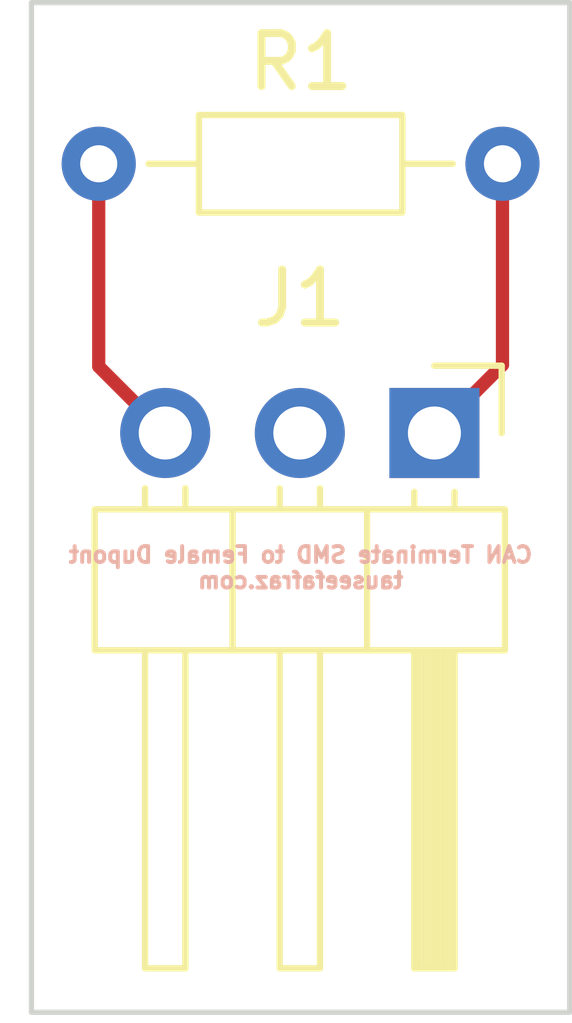
<source format=kicad_pcb>
(kicad_pcb (version 20211014) (generator pcbnew)
  (layers (0 "F.Cu" signal) (31 "B.Cu" signal) (34 "B.Paste" user) (35 "F.Paste" user) (36 "B.SilkS" user "B.Silkscreen") (37 "F.SilkS" user "F.Silkscreen") (38 "B.Mask" user) (39 "F.Mask" user) (44 "Edge.Cuts" user))
  (net 0 "")
  (net 1 "Net-(J1-Pad1)")
  (net 3 "Net-(J1-Pad3)")
  (footprint "Connector_PinHeader_2.54mm:PinHeader_1x03_P2.54mm_Horizontal" (layer "F.Cu") (at 132.065 87.63 -90)
    (fp_text reference "J1" (at -2.54 2.54) (layer "F.SilkS"))
    (fp_text value "Conn_01x03_Male")
    (fp_line (start 4.1 -0.32) (end 10.1 -0.32) (layer "F.SilkS") (width 0.12))
    (fp_line (start 4.1 0.04) (end 10.1 0.04) (layer "F.SilkS") (width 0.12))
    (fp_line (start 1.042929 5.46) (end 1.44 5.46) (layer "F.SilkS") (width 0.12))
    (fp_line (start 1.11 0.38) (end 1.44 0.38) (layer "F.SilkS") (width 0.12))
    (fp_line (start 4.1 6.41) (end 4.1 -1.33) (layer "F.SilkS") (width 0.12))
    (fp_line (start 1.44 1.27) (end 4.1 1.27) (layer "F.SilkS") (width 0.12))
    (fp_line (start -1.27 0) (end -1.27 -1.27) (layer "F.SilkS") (width 0.12))
    (fp_line (start 4.1 0.16) (end 10.1 0.16) (layer "F.SilkS") (width 0.12))
    (fp_line (start 4.1 2.16) (end 10.1 2.16) (layer "F.SilkS") (width 0.12))
    (fp_line (start 10.1 5.46) (end 4.1 5.46) (layer "F.SilkS") (width 0.12))
    (fp_line (start -1.27 -1.27) (end 0 -1.27) (layer "F.SilkS") (width 0.12))
    (fp_line (start 10.1 0.38) (end 4.1 0.38) (layer "F.SilkS") (width 0.12))
    (fp_line (start 1.11 -0.38) (end 1.44 -0.38) (layer "F.SilkS") (width 0.12))
    (fp_line (start 10.1 2.16) (end 10.1 2.92) (layer "F.SilkS") (width 0.12))
    (fp_line (start 4.1 0.28) (end 10.1 0.28) (layer "F.SilkS") (width 0.12))
    (fp_line (start 4.1 -1.33) (end 1.44 -1.33) (layer "F.SilkS") (width 0.12))
    (fp_line (start 10.1 -0.38) (end 10.1 0.38) (layer "F.SilkS") (width 0.12))
    (fp_line (start 1.042929 2.16) (end 1.44 2.16) (layer "F.SilkS") (width 0.12))
    (fp_line (start 1.44 -1.33) (end 1.44 6.41) (layer "F.SilkS") (width 0.12))
    (fp_line (start 4.1 -0.38) (end 10.1 -0.38) (layer "F.SilkS") (width 0.12))
    (fp_line (start 4.1 4.7) (end 10.1 4.7) (layer "F.SilkS") (width 0.12))
    (fp_line (start 1.042929 2.92) (end 1.44 2.92) (layer "F.SilkS") (width 0.12))
    (fp_line (start 4.1 -0.2) (end 10.1 -0.2) (layer "F.SilkS") (width 0.12))
    (fp_line (start 1.042929 4.7) (end 1.44 4.7) (layer "F.SilkS") (width 0.12))
    (fp_line (start 1.44 3.81) (end 4.1 3.81) (layer "F.SilkS") (width 0.12))
    (fp_line (start 4.1 -0.08) (end 10.1 -0.08) (layer "F.SilkS") (width 0.12))
    (fp_line (start 10.1 2.92) (end 4.1 2.92) (layer "F.SilkS") (width 0.12))
    (fp_line (start 1.44 6.41) (end 4.1 6.41) (layer "F.SilkS") (width 0.12))
    (fp_line (start 10.1 4.7) (end 10.1 5.46) (layer "F.SilkS") (width 0.12))
    (pad "1" thru_hole rect (at 0 0 270) (size 1.7 1.7) (drill 1) (layers *.Cu *.Mask) (net 1 "Net-(J1-Pad1)"))
    (pad "2" thru_hole oval (at 0 2.54 270) (size 1.7 1.7) (drill 1) (layers *.Cu *.Mask))
    (pad "3" thru_hole oval (at 0 5.08 270) (size 1.7 1.7) (drill 1) (layers *.Cu *.Mask) (net 3 "Net-(J1-Pad3)"))
  )
  (footprint "Resistor_THT:R_Axial_DIN0204_L3.6mm_D1.6mm_P7.62mm_Horizontal" (layer "F.Cu") (at 125.73 82.55)
    (fp_text reference "R1" (at 3.81 -1.92) (layer "F.SilkS"))
    (fp_text value "R")
    (fp_line (start 0.94 0) (end 1.89 0) (layer "F.SilkS") (width 0.12))
    (fp_line (start 5.73 -0.92) (end 1.89 -0.92) (layer "F.SilkS") (width 0.12))
    (fp_line (start 1.89 -0.92) (end 1.89 0.92) (layer "F.SilkS") (width 0.12))
    (fp_line (start 5.73 0.92) (end 5.73 -0.92) (layer "F.SilkS") (width 0.12))
    (fp_line (start 6.68 0) (end 5.73 0) (layer "F.SilkS") (width 0.12))
    (fp_line (start 1.89 0.92) (end 5.73 0.92) (layer "F.SilkS") (width 0.12))
    (pad "1" thru_hole circle (at 0 0) (size 1.4 1.4) (drill 0.7) (layers *.Cu *.Mask) (net 3 "Net-(J1-Pad3)"))
    (pad "2" thru_hole oval (at 7.62 0) (size 1.4 1.4) (drill 0.7) (layers *.Cu *.Mask) (net 1 "Net-(J1-Pad1)"))
  )
  (gr_line (start 124.46 98.56) (end 124.46 79.51) (layer "Edge.Cuts") (width 0.1))
  (gr_line (start 134.62 98.56) (end 124.46 98.56) (layer "Edge.Cuts") (width 0.1))
  (gr_line (start 134.62 79.51) (end 134.62 98.56) (layer "Edge.Cuts") (width 0.1))
  (gr_line (start 124.46 79.51) (end 134.62 79.51) (layer "Edge.Cuts") (width 0.1))
  (gr_text "CAN Terminate SMD to Female Dupont\ntauseefafraz.com" (at 129.54 90.17) (layer "B.SilkS") (effects (font (size 0.3 0.3) (thickness 0.075)) (justify mirror)))
  (segment (start 133.35 86.345) (end 132.065 87.63) (width 0.25) (layer "F.Cu") (net 1))
  (segment (start 133.35 82.55) (end 133.35 86.345) (width 0.25) (layer "F.Cu") (net 1))
  (segment (start 125.73 86.375) (end 126.985 87.63) (width 0.25) (layer "F.Cu") (net 3))
  (segment (start 125.73 82.55) (end 125.73 86.375) (width 0.25) (layer "F.Cu") (net 3))
)
</source>
